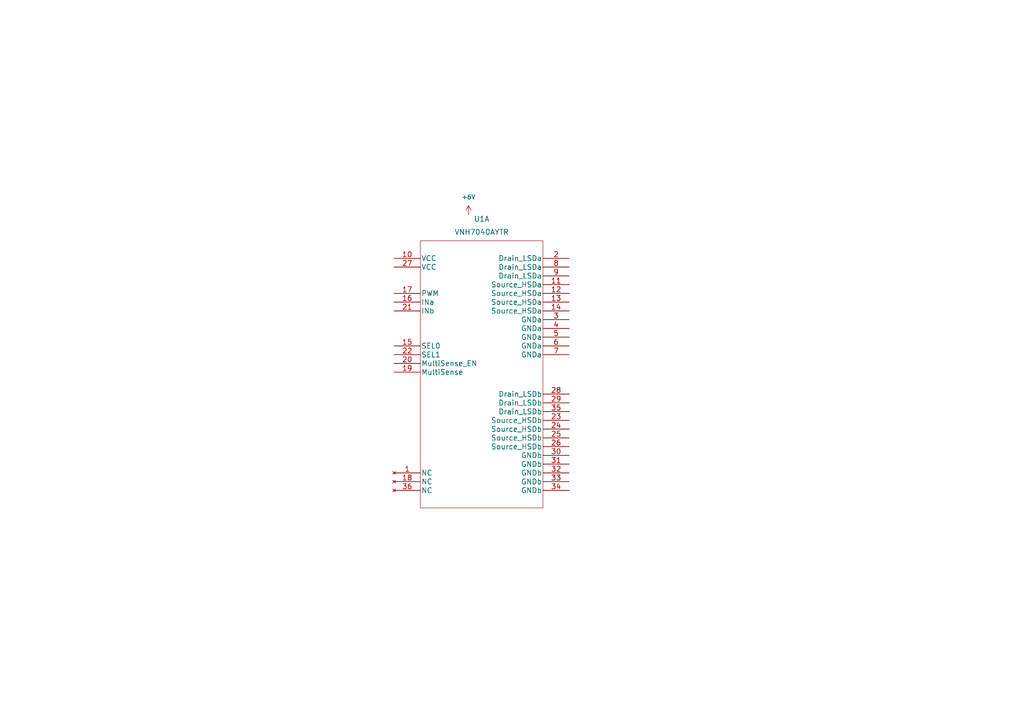
<source format=kicad_sch>
(kicad_sch (version 20211123) (generator eeschema)
  (paper "A4")
  (title_block (rev "0.1") (company "AstroMonkeys"))
  (lib_symbols
    (symbol "VNH7040AYTR:VNH7040AYTR" (pin_names (offset 0.254))
      (property "Reference" "U" (at 21.59 12.7 0))
      (property "Value" "VNH7040AYTR" (at 25.4 10.16 0))
      (property "Footprint" "Astromonkeys-footprints:VNH7040AYTR" (at 25.4 8.89 0))
      (symbol "VNH7040AYTR_1_1"
        (polyline (pts (xy 7.62 -69.85) (xy 43.18 -69.85)) (stroke (width 0.127)))
        (polyline (pts (xy 7.62 7.62) (xy 7.62 -69.85)) (stroke (width 0.127)))
        (polyline (pts (xy 43.18 -69.85) (xy 43.18 7.62)) (stroke (width 0.127)))
        (polyline (pts (xy 43.18 7.62) (xy 7.62 7.62)) (stroke (width 0.127)))
        (pin no_connect line (at 0 -59.69 0) (length 7.62) (name "NC") (number "1"))
        (pin power_in line (at 0 2.54 0) (length 7.62) (name "VCC") (number "10"))
        (pin power_out line (at 50.8 -5.08 180) (length 7.62) (name "Source_HSDa") (number "11"))
        (pin power_out line (at 50.8 -7.62 180) (length 7.62) (name "Source_HSDa") (number "12"))
        (pin power_out line (at 50.8 -10.16 180) (length 7.62) (name "Source_HSDa") (number "13"))
        (pin power_out line (at 50.8 -12.7 180) (length 7.62) (name "Source_HSDa") (number "14"))
        (pin input line (at 0 -22.86 0) (length 7.62) (name "SEL0") (number "15"))
        (pin input line (at 0 -10.16 0) (length 7.62) (name "INa") (number "16"))
        (pin input line (at 0 -7.62 0) (length 7.62) (name "PWM") (number "17"))
        (pin no_connect line (at 0 -62.23 0) (length 7.62) (name "NC") (number "18"))
        (pin output line (at 0 -30.48 0) (length 7.62) (name "MultiSense") (number "19"))
        (pin power_in line (at 50.8 2.54 180) (length 7.62) (name "Drain_LSDa") (number "2"))
        (pin input line (at 0 -27.94 0) (length 7.62) (name "MultiSense_EN") (number "20"))
        (pin input line (at 0 -12.7 0) (length 7.62) (name "INb") (number "21"))
        (pin input line (at 0 -25.4 0) (length 7.62) (name "SEL1") (number "22"))
        (pin power_out line (at 50.8 -44.45 180) (length 7.62) (name "Source_HSDb") (number "23"))
        (pin power_out line (at 50.8 -46.99 180) (length 7.62) (name "Source_HSDb") (number "24"))
        (pin power_out line (at 50.8 -49.53 180) (length 7.62) (name "Source_HSDb") (number "25"))
        (pin power_out line (at 50.8 -52.07 180) (length 7.62) (name "Source_HSDb") (number "26"))
        (pin power_in line (at 0 0 0) (length 7.62) (name "VCC") (number "27"))
        (pin power_in line (at 50.8 -36.83 180) (length 7.62) (name "Drain_LSDb") (number "28"))
        (pin power_in line (at 50.8 -39.37 180) (length 7.62) (name "Drain_LSDb") (number "29"))
        (pin power_out line (at 50.8 -15.24 180) (length 7.62) (name "GNDa") (number "3"))
        (pin power_out line (at 50.8 -54.61 180) (length 7.62) (name "GNDb") (number "30"))
        (pin power_out line (at 50.8 -57.15 180) (length 7.62) (name "GNDb") (number "31"))
        (pin power_out line (at 50.8 -59.69 180) (length 7.62) (name "GNDb") (number "32"))
        (pin power_out line (at 50.8 -62.23 180) (length 7.62) (name "GNDb") (number "33"))
        (pin power_out line (at 50.8 -64.77 180) (length 7.62) (name "GNDb") (number "34"))
        (pin power_in line (at 50.8 -41.91 180) (length 7.62) (name "Drain_LSDb") (number "35"))
        (pin no_connect line (at 0 -64.77 0) (length 7.62) (name "NC") (number "36"))
        (pin power_out line (at 50.8 -17.78 180) (length 7.62) (name "GNDa") (number "4"))
        (pin power_out line (at 50.8 -20.32 180) (length 7.62) (name "GNDa") (number "5"))
        (pin power_out line (at 50.8 -22.86 180) (length 7.62) (name "GNDa") (number "6"))
        (pin power_out line (at 50.8 -25.4 180) (length 7.62) (name "GNDa") (number "7"))
        (pin power_in line (at 50.8 0 180) (length 7.62) (name "Drain_LSDa") (number "8"))
        (pin power_in line (at 50.8 -2.54 180) (length 7.62) (name "Drain_LSDa") (number "9"))
      )
      (symbol "VNH7040AYTR_2_1"
        (polyline (pts (xy -12.7 -2.54) (xy 12.7 -2.54)) (stroke (width 0.127)))
        (polyline (pts (xy -12.7 5.08) (xy -12.7 -2.54)) (stroke (width 0.127)))
        (polyline (pts (xy 12.7 -2.54) (xy 12.7 5.08)) (stroke (width 0.127)))
        (polyline (pts (xy 12.7 5.08) (xy -12.7 5.08)) (stroke (width 0.127)))
      )
    )
    (symbol "power:+6V" (power) (pin_names (offset 0))
      (property "Value" "+6V" (at 0 3.556 0))
      (symbol "+6V_0_1"
        (polyline (pts (xy -0.762 1.27) (xy 0 2.54)))
        (polyline (pts (xy 0 0) (xy 0 2.54)))
        (polyline (pts (xy 0 2.54) (xy 0.762 1.27)))
      )
      (symbol "+6V_1_1"
        (pin power_in line (at 0 0 90) (length 0) hide (name "+6V") (number "1"))
      )
    )
  )
  (symbol (lib_id "power:+6V") (at 135.89 62.23 0) (unit 1)
    (property "Reference" "#PWR02" (effects hide))
    (property "Value" "+6V" (at 135.89 57.15 0))
  )
  (symbol (lib_id "VNH7040AYTR:VNH7040AYTR") (at 114.3 77.47 0) (unit 1)
    (property "Reference" "U1" (at 139.7 63.5 0) (effects (font (size 1.524 1.524))))
    (property "Value" "VNH7040AYTR" (at 139.7 67.31 0) (effects (font (size 1.524 1.524))))
    (property "Footprint" "Astromonkeys-footprints:VNH7040AYTR" (effects hide))
  )
)
</source>
